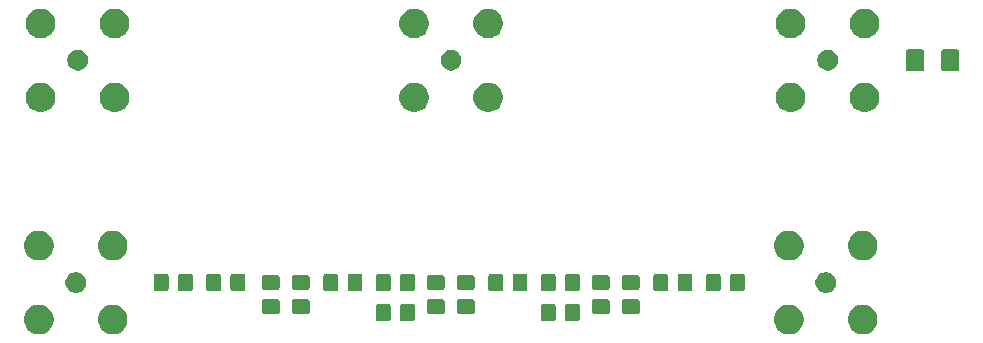
<source format=gbr>
G04 #@! TF.GenerationSoftware,KiCad,Pcbnew,(5.1.5)-3*
G04 #@! TF.CreationDate,2021-02-17T23:25:52-05:00*
G04 #@! TF.ProjectId,AM Bandpass Filter,414d2042-616e-4647-9061-73732046696c,rev?*
G04 #@! TF.SameCoordinates,Original*
G04 #@! TF.FileFunction,Soldermask,Top*
G04 #@! TF.FilePolarity,Negative*
%FSLAX46Y46*%
G04 Gerber Fmt 4.6, Leading zero omitted, Abs format (unit mm)*
G04 Created by KiCad (PCBNEW (5.1.5)-3) date 2021-02-17 23:25:52*
%MOMM*%
%LPD*%
G04 APERTURE LIST*
%ADD10C,0.100000*%
G04 APERTURE END LIST*
D10*
G36*
X140764903Y-98667075D02*
G01*
X140992571Y-98761378D01*
X141197466Y-98898285D01*
X141371715Y-99072534D01*
X141492749Y-99253674D01*
X141508623Y-99277431D01*
X141602925Y-99505097D01*
X141651000Y-99746786D01*
X141651000Y-99993214D01*
X141647605Y-100010282D01*
X141602925Y-100234903D01*
X141508622Y-100462571D01*
X141371715Y-100667466D01*
X141197466Y-100841715D01*
X140992571Y-100978622D01*
X140992570Y-100978623D01*
X140992569Y-100978623D01*
X140764903Y-101072925D01*
X140523214Y-101121000D01*
X140276786Y-101121000D01*
X140035097Y-101072925D01*
X139807431Y-100978623D01*
X139807430Y-100978623D01*
X139807429Y-100978622D01*
X139602534Y-100841715D01*
X139428285Y-100667466D01*
X139291378Y-100462571D01*
X139197075Y-100234903D01*
X139152395Y-100010282D01*
X139149000Y-99993214D01*
X139149000Y-99746786D01*
X139197075Y-99505097D01*
X139291377Y-99277431D01*
X139307251Y-99253674D01*
X139428285Y-99072534D01*
X139602534Y-98898285D01*
X139807429Y-98761378D01*
X140035097Y-98667075D01*
X140276786Y-98619000D01*
X140523214Y-98619000D01*
X140764903Y-98667075D01*
G37*
G36*
X134504903Y-98667075D02*
G01*
X134732571Y-98761378D01*
X134937466Y-98898285D01*
X135111715Y-99072534D01*
X135232749Y-99253674D01*
X135248623Y-99277431D01*
X135342925Y-99505097D01*
X135391000Y-99746786D01*
X135391000Y-99993214D01*
X135387605Y-100010282D01*
X135342925Y-100234903D01*
X135248622Y-100462571D01*
X135111715Y-100667466D01*
X134937466Y-100841715D01*
X134732571Y-100978622D01*
X134732570Y-100978623D01*
X134732569Y-100978623D01*
X134504903Y-101072925D01*
X134263214Y-101121000D01*
X134016786Y-101121000D01*
X133775097Y-101072925D01*
X133547431Y-100978623D01*
X133547430Y-100978623D01*
X133547429Y-100978622D01*
X133342534Y-100841715D01*
X133168285Y-100667466D01*
X133031378Y-100462571D01*
X132937075Y-100234903D01*
X132892395Y-100010282D01*
X132889000Y-99993214D01*
X132889000Y-99746786D01*
X132937075Y-99505097D01*
X133031377Y-99277431D01*
X133047251Y-99253674D01*
X133168285Y-99072534D01*
X133342534Y-98898285D01*
X133547429Y-98761378D01*
X133775097Y-98667075D01*
X134016786Y-98619000D01*
X134263214Y-98619000D01*
X134504903Y-98667075D01*
G37*
G36*
X204264903Y-98667075D02*
G01*
X204492571Y-98761378D01*
X204697466Y-98898285D01*
X204871715Y-99072534D01*
X204992749Y-99253674D01*
X205008623Y-99277431D01*
X205102925Y-99505097D01*
X205151000Y-99746786D01*
X205151000Y-99993214D01*
X205147605Y-100010282D01*
X205102925Y-100234903D01*
X205008622Y-100462571D01*
X204871715Y-100667466D01*
X204697466Y-100841715D01*
X204492571Y-100978622D01*
X204492570Y-100978623D01*
X204492569Y-100978623D01*
X204264903Y-101072925D01*
X204023214Y-101121000D01*
X203776786Y-101121000D01*
X203535097Y-101072925D01*
X203307431Y-100978623D01*
X203307430Y-100978623D01*
X203307429Y-100978622D01*
X203102534Y-100841715D01*
X202928285Y-100667466D01*
X202791378Y-100462571D01*
X202697075Y-100234903D01*
X202652395Y-100010282D01*
X202649000Y-99993214D01*
X202649000Y-99746786D01*
X202697075Y-99505097D01*
X202791377Y-99277431D01*
X202807251Y-99253674D01*
X202928285Y-99072534D01*
X203102534Y-98898285D01*
X203307429Y-98761378D01*
X203535097Y-98667075D01*
X203776786Y-98619000D01*
X204023214Y-98619000D01*
X204264903Y-98667075D01*
G37*
G36*
X198004903Y-98667075D02*
G01*
X198232571Y-98761378D01*
X198437466Y-98898285D01*
X198611715Y-99072534D01*
X198732749Y-99253674D01*
X198748623Y-99277431D01*
X198842925Y-99505097D01*
X198891000Y-99746786D01*
X198891000Y-99993214D01*
X198887605Y-100010282D01*
X198842925Y-100234903D01*
X198748622Y-100462571D01*
X198611715Y-100667466D01*
X198437466Y-100841715D01*
X198232571Y-100978622D01*
X198232570Y-100978623D01*
X198232569Y-100978623D01*
X198004903Y-101072925D01*
X197763214Y-101121000D01*
X197516786Y-101121000D01*
X197275097Y-101072925D01*
X197047431Y-100978623D01*
X197047430Y-100978623D01*
X197047429Y-100978622D01*
X196842534Y-100841715D01*
X196668285Y-100667466D01*
X196531378Y-100462571D01*
X196437075Y-100234903D01*
X196392395Y-100010282D01*
X196389000Y-99993214D01*
X196389000Y-99746786D01*
X196437075Y-99505097D01*
X196531377Y-99277431D01*
X196547251Y-99253674D01*
X196668285Y-99072534D01*
X196842534Y-98898285D01*
X197047429Y-98761378D01*
X197275097Y-98667075D01*
X197516786Y-98619000D01*
X197763214Y-98619000D01*
X198004903Y-98667075D01*
G37*
G36*
X179788674Y-98533465D02*
G01*
X179826367Y-98544899D01*
X179861103Y-98563466D01*
X179891548Y-98588452D01*
X179916534Y-98618897D01*
X179935101Y-98653633D01*
X179946535Y-98691326D01*
X179951000Y-98736661D01*
X179951000Y-99823339D01*
X179946535Y-99868674D01*
X179935101Y-99906367D01*
X179916534Y-99941103D01*
X179891548Y-99971548D01*
X179861103Y-99996534D01*
X179826367Y-100015101D01*
X179788674Y-100026535D01*
X179743339Y-100031000D01*
X178906661Y-100031000D01*
X178861326Y-100026535D01*
X178823633Y-100015101D01*
X178788897Y-99996534D01*
X178758452Y-99971548D01*
X178733466Y-99941103D01*
X178714899Y-99906367D01*
X178703465Y-99868674D01*
X178699000Y-99823339D01*
X178699000Y-98736661D01*
X178703465Y-98691326D01*
X178714899Y-98653633D01*
X178733466Y-98618897D01*
X178758452Y-98588452D01*
X178788897Y-98563466D01*
X178823633Y-98544899D01*
X178861326Y-98533465D01*
X178906661Y-98529000D01*
X179743339Y-98529000D01*
X179788674Y-98533465D01*
G37*
G36*
X177738674Y-98533465D02*
G01*
X177776367Y-98544899D01*
X177811103Y-98563466D01*
X177841548Y-98588452D01*
X177866534Y-98618897D01*
X177885101Y-98653633D01*
X177896535Y-98691326D01*
X177901000Y-98736661D01*
X177901000Y-99823339D01*
X177896535Y-99868674D01*
X177885101Y-99906367D01*
X177866534Y-99941103D01*
X177841548Y-99971548D01*
X177811103Y-99996534D01*
X177776367Y-100015101D01*
X177738674Y-100026535D01*
X177693339Y-100031000D01*
X176856661Y-100031000D01*
X176811326Y-100026535D01*
X176773633Y-100015101D01*
X176738897Y-99996534D01*
X176708452Y-99971548D01*
X176683466Y-99941103D01*
X176664899Y-99906367D01*
X176653465Y-99868674D01*
X176649000Y-99823339D01*
X176649000Y-98736661D01*
X176653465Y-98691326D01*
X176664899Y-98653633D01*
X176683466Y-98618897D01*
X176708452Y-98588452D01*
X176738897Y-98563466D01*
X176773633Y-98544899D01*
X176811326Y-98533465D01*
X176856661Y-98529000D01*
X177693339Y-98529000D01*
X177738674Y-98533465D01*
G37*
G36*
X165818674Y-98533465D02*
G01*
X165856367Y-98544899D01*
X165891103Y-98563466D01*
X165921548Y-98588452D01*
X165946534Y-98618897D01*
X165965101Y-98653633D01*
X165976535Y-98691326D01*
X165981000Y-98736661D01*
X165981000Y-99823339D01*
X165976535Y-99868674D01*
X165965101Y-99906367D01*
X165946534Y-99941103D01*
X165921548Y-99971548D01*
X165891103Y-99996534D01*
X165856367Y-100015101D01*
X165818674Y-100026535D01*
X165773339Y-100031000D01*
X164936661Y-100031000D01*
X164891326Y-100026535D01*
X164853633Y-100015101D01*
X164818897Y-99996534D01*
X164788452Y-99971548D01*
X164763466Y-99941103D01*
X164744899Y-99906367D01*
X164733465Y-99868674D01*
X164729000Y-99823339D01*
X164729000Y-98736661D01*
X164733465Y-98691326D01*
X164744899Y-98653633D01*
X164763466Y-98618897D01*
X164788452Y-98588452D01*
X164818897Y-98563466D01*
X164853633Y-98544899D01*
X164891326Y-98533465D01*
X164936661Y-98529000D01*
X165773339Y-98529000D01*
X165818674Y-98533465D01*
G37*
G36*
X163768674Y-98533465D02*
G01*
X163806367Y-98544899D01*
X163841103Y-98563466D01*
X163871548Y-98588452D01*
X163896534Y-98618897D01*
X163915101Y-98653633D01*
X163926535Y-98691326D01*
X163931000Y-98736661D01*
X163931000Y-99823339D01*
X163926535Y-99868674D01*
X163915101Y-99906367D01*
X163896534Y-99941103D01*
X163871548Y-99971548D01*
X163841103Y-99996534D01*
X163806367Y-100015101D01*
X163768674Y-100026535D01*
X163723339Y-100031000D01*
X162886661Y-100031000D01*
X162841326Y-100026535D01*
X162803633Y-100015101D01*
X162768897Y-99996534D01*
X162738452Y-99971548D01*
X162713466Y-99941103D01*
X162694899Y-99906367D01*
X162683465Y-99868674D01*
X162679000Y-99823339D01*
X162679000Y-98736661D01*
X162683465Y-98691326D01*
X162694899Y-98653633D01*
X162713466Y-98618897D01*
X162738452Y-98588452D01*
X162768897Y-98563466D01*
X162803633Y-98544899D01*
X162841326Y-98533465D01*
X162886661Y-98529000D01*
X163723339Y-98529000D01*
X163768674Y-98533465D01*
G37*
G36*
X168338674Y-98168465D02*
G01*
X168376367Y-98179899D01*
X168411103Y-98198466D01*
X168441548Y-98223452D01*
X168466534Y-98253897D01*
X168485101Y-98288633D01*
X168496535Y-98326326D01*
X168501000Y-98371661D01*
X168501000Y-99208339D01*
X168496535Y-99253674D01*
X168485101Y-99291367D01*
X168466534Y-99326103D01*
X168441548Y-99356548D01*
X168411103Y-99381534D01*
X168376367Y-99400101D01*
X168338674Y-99411535D01*
X168293339Y-99416000D01*
X167206661Y-99416000D01*
X167161326Y-99411535D01*
X167123633Y-99400101D01*
X167088897Y-99381534D01*
X167058452Y-99356548D01*
X167033466Y-99326103D01*
X167014899Y-99291367D01*
X167003465Y-99253674D01*
X166999000Y-99208339D01*
X166999000Y-98371661D01*
X167003465Y-98326326D01*
X167014899Y-98288633D01*
X167033466Y-98253897D01*
X167058452Y-98223452D01*
X167088897Y-98198466D01*
X167123633Y-98179899D01*
X167161326Y-98168465D01*
X167206661Y-98164000D01*
X168293339Y-98164000D01*
X168338674Y-98168465D01*
G37*
G36*
X154368674Y-98168465D02*
G01*
X154406367Y-98179899D01*
X154441103Y-98198466D01*
X154471548Y-98223452D01*
X154496534Y-98253897D01*
X154515101Y-98288633D01*
X154526535Y-98326326D01*
X154531000Y-98371661D01*
X154531000Y-99208339D01*
X154526535Y-99253674D01*
X154515101Y-99291367D01*
X154496534Y-99326103D01*
X154471548Y-99356548D01*
X154441103Y-99381534D01*
X154406367Y-99400101D01*
X154368674Y-99411535D01*
X154323339Y-99416000D01*
X153236661Y-99416000D01*
X153191326Y-99411535D01*
X153153633Y-99400101D01*
X153118897Y-99381534D01*
X153088452Y-99356548D01*
X153063466Y-99326103D01*
X153044899Y-99291367D01*
X153033465Y-99253674D01*
X153029000Y-99208339D01*
X153029000Y-98371661D01*
X153033465Y-98326326D01*
X153044899Y-98288633D01*
X153063466Y-98253897D01*
X153088452Y-98223452D01*
X153118897Y-98198466D01*
X153153633Y-98179899D01*
X153191326Y-98168465D01*
X153236661Y-98164000D01*
X154323339Y-98164000D01*
X154368674Y-98168465D01*
G37*
G36*
X170878674Y-98168465D02*
G01*
X170916367Y-98179899D01*
X170951103Y-98198466D01*
X170981548Y-98223452D01*
X171006534Y-98253897D01*
X171025101Y-98288633D01*
X171036535Y-98326326D01*
X171041000Y-98371661D01*
X171041000Y-99208339D01*
X171036535Y-99253674D01*
X171025101Y-99291367D01*
X171006534Y-99326103D01*
X170981548Y-99356548D01*
X170951103Y-99381534D01*
X170916367Y-99400101D01*
X170878674Y-99411535D01*
X170833339Y-99416000D01*
X169746661Y-99416000D01*
X169701326Y-99411535D01*
X169663633Y-99400101D01*
X169628897Y-99381534D01*
X169598452Y-99356548D01*
X169573466Y-99326103D01*
X169554899Y-99291367D01*
X169543465Y-99253674D01*
X169539000Y-99208339D01*
X169539000Y-98371661D01*
X169543465Y-98326326D01*
X169554899Y-98288633D01*
X169573466Y-98253897D01*
X169598452Y-98223452D01*
X169628897Y-98198466D01*
X169663633Y-98179899D01*
X169701326Y-98168465D01*
X169746661Y-98164000D01*
X170833339Y-98164000D01*
X170878674Y-98168465D01*
G37*
G36*
X182308674Y-98168465D02*
G01*
X182346367Y-98179899D01*
X182381103Y-98198466D01*
X182411548Y-98223452D01*
X182436534Y-98253897D01*
X182455101Y-98288633D01*
X182466535Y-98326326D01*
X182471000Y-98371661D01*
X182471000Y-99208339D01*
X182466535Y-99253674D01*
X182455101Y-99291367D01*
X182436534Y-99326103D01*
X182411548Y-99356548D01*
X182381103Y-99381534D01*
X182346367Y-99400101D01*
X182308674Y-99411535D01*
X182263339Y-99416000D01*
X181176661Y-99416000D01*
X181131326Y-99411535D01*
X181093633Y-99400101D01*
X181058897Y-99381534D01*
X181028452Y-99356548D01*
X181003466Y-99326103D01*
X180984899Y-99291367D01*
X180973465Y-99253674D01*
X180969000Y-99208339D01*
X180969000Y-98371661D01*
X180973465Y-98326326D01*
X180984899Y-98288633D01*
X181003466Y-98253897D01*
X181028452Y-98223452D01*
X181058897Y-98198466D01*
X181093633Y-98179899D01*
X181131326Y-98168465D01*
X181176661Y-98164000D01*
X182263339Y-98164000D01*
X182308674Y-98168465D01*
G37*
G36*
X184848674Y-98168465D02*
G01*
X184886367Y-98179899D01*
X184921103Y-98198466D01*
X184951548Y-98223452D01*
X184976534Y-98253897D01*
X184995101Y-98288633D01*
X185006535Y-98326326D01*
X185011000Y-98371661D01*
X185011000Y-99208339D01*
X185006535Y-99253674D01*
X184995101Y-99291367D01*
X184976534Y-99326103D01*
X184951548Y-99356548D01*
X184921103Y-99381534D01*
X184886367Y-99400101D01*
X184848674Y-99411535D01*
X184803339Y-99416000D01*
X183716661Y-99416000D01*
X183671326Y-99411535D01*
X183633633Y-99400101D01*
X183598897Y-99381534D01*
X183568452Y-99356548D01*
X183543466Y-99326103D01*
X183524899Y-99291367D01*
X183513465Y-99253674D01*
X183509000Y-99208339D01*
X183509000Y-98371661D01*
X183513465Y-98326326D01*
X183524899Y-98288633D01*
X183543466Y-98253897D01*
X183568452Y-98223452D01*
X183598897Y-98198466D01*
X183633633Y-98179899D01*
X183671326Y-98168465D01*
X183716661Y-98164000D01*
X184803339Y-98164000D01*
X184848674Y-98168465D01*
G37*
G36*
X156908674Y-98168465D02*
G01*
X156946367Y-98179899D01*
X156981103Y-98198466D01*
X157011548Y-98223452D01*
X157036534Y-98253897D01*
X157055101Y-98288633D01*
X157066535Y-98326326D01*
X157071000Y-98371661D01*
X157071000Y-99208339D01*
X157066535Y-99253674D01*
X157055101Y-99291367D01*
X157036534Y-99326103D01*
X157011548Y-99356548D01*
X156981103Y-99381534D01*
X156946367Y-99400101D01*
X156908674Y-99411535D01*
X156863339Y-99416000D01*
X155776661Y-99416000D01*
X155731326Y-99411535D01*
X155693633Y-99400101D01*
X155658897Y-99381534D01*
X155628452Y-99356548D01*
X155603466Y-99326103D01*
X155584899Y-99291367D01*
X155573465Y-99253674D01*
X155569000Y-99208339D01*
X155569000Y-98371661D01*
X155573465Y-98326326D01*
X155584899Y-98288633D01*
X155603466Y-98253897D01*
X155628452Y-98223452D01*
X155658897Y-98198466D01*
X155693633Y-98179899D01*
X155731326Y-98168465D01*
X155776661Y-98164000D01*
X156863339Y-98164000D01*
X156908674Y-98168465D01*
G37*
G36*
X137525520Y-95897664D02*
G01*
X137684942Y-95963699D01*
X137828418Y-96059566D01*
X137950434Y-96181582D01*
X138046301Y-96325058D01*
X138112336Y-96484480D01*
X138146000Y-96653721D01*
X138146000Y-96826279D01*
X138112336Y-96995520D01*
X138046301Y-97154942D01*
X137950434Y-97298418D01*
X137828418Y-97420434D01*
X137684942Y-97516301D01*
X137525520Y-97582336D01*
X137440899Y-97599168D01*
X137356280Y-97616000D01*
X137183720Y-97616000D01*
X137099101Y-97599168D01*
X137014480Y-97582336D01*
X136855058Y-97516301D01*
X136711582Y-97420434D01*
X136589566Y-97298418D01*
X136493699Y-97154942D01*
X136427664Y-96995520D01*
X136394000Y-96826279D01*
X136394000Y-96653721D01*
X136427664Y-96484480D01*
X136493699Y-96325058D01*
X136589566Y-96181582D01*
X136711582Y-96059566D01*
X136855058Y-95963699D01*
X137014480Y-95897664D01*
X137183720Y-95864000D01*
X137356280Y-95864000D01*
X137525520Y-95897664D01*
G37*
G36*
X201025520Y-95897664D02*
G01*
X201184942Y-95963699D01*
X201328418Y-96059566D01*
X201450434Y-96181582D01*
X201546301Y-96325058D01*
X201612336Y-96484480D01*
X201646000Y-96653721D01*
X201646000Y-96826279D01*
X201612336Y-96995520D01*
X201546301Y-97154942D01*
X201450434Y-97298418D01*
X201328418Y-97420434D01*
X201184942Y-97516301D01*
X201025520Y-97582336D01*
X200940899Y-97599168D01*
X200856280Y-97616000D01*
X200683720Y-97616000D01*
X200599101Y-97599168D01*
X200514480Y-97582336D01*
X200355058Y-97516301D01*
X200211582Y-97420434D01*
X200089566Y-97298418D01*
X199993699Y-97154942D01*
X199927664Y-96995520D01*
X199894000Y-96826279D01*
X199894000Y-96653721D01*
X199927664Y-96484480D01*
X199993699Y-96325058D01*
X200089566Y-96181582D01*
X200211582Y-96059566D01*
X200355058Y-95963699D01*
X200514480Y-95897664D01*
X200683720Y-95864000D01*
X200856280Y-95864000D01*
X201025520Y-95897664D01*
G37*
G36*
X159323674Y-95993465D02*
G01*
X159361367Y-96004899D01*
X159396103Y-96023466D01*
X159426548Y-96048452D01*
X159451534Y-96078897D01*
X159470101Y-96113633D01*
X159481535Y-96151326D01*
X159486000Y-96196661D01*
X159486000Y-97283339D01*
X159481535Y-97328674D01*
X159470101Y-97366367D01*
X159451534Y-97401103D01*
X159426548Y-97431548D01*
X159396103Y-97456534D01*
X159361367Y-97475101D01*
X159323674Y-97486535D01*
X159278339Y-97491000D01*
X158441661Y-97491000D01*
X158396326Y-97486535D01*
X158358633Y-97475101D01*
X158323897Y-97456534D01*
X158293452Y-97431548D01*
X158268466Y-97401103D01*
X158249899Y-97366367D01*
X158238465Y-97328674D01*
X158234000Y-97283339D01*
X158234000Y-96196661D01*
X158238465Y-96151326D01*
X158249899Y-96113633D01*
X158268466Y-96078897D01*
X158293452Y-96048452D01*
X158323897Y-96023466D01*
X158358633Y-96004899D01*
X158396326Y-95993465D01*
X158441661Y-95989000D01*
X159278339Y-95989000D01*
X159323674Y-95993465D01*
G37*
G36*
X144963674Y-95993465D02*
G01*
X145001367Y-96004899D01*
X145036103Y-96023466D01*
X145066548Y-96048452D01*
X145091534Y-96078897D01*
X145110101Y-96113633D01*
X145121535Y-96151326D01*
X145126000Y-96196661D01*
X145126000Y-97283339D01*
X145121535Y-97328674D01*
X145110101Y-97366367D01*
X145091534Y-97401103D01*
X145066548Y-97431548D01*
X145036103Y-97456534D01*
X145001367Y-97475101D01*
X144963674Y-97486535D01*
X144918339Y-97491000D01*
X144081661Y-97491000D01*
X144036326Y-97486535D01*
X143998633Y-97475101D01*
X143963897Y-97456534D01*
X143933452Y-97431548D01*
X143908466Y-97401103D01*
X143889899Y-97366367D01*
X143878465Y-97328674D01*
X143874000Y-97283339D01*
X143874000Y-96196661D01*
X143878465Y-96151326D01*
X143889899Y-96113633D01*
X143908466Y-96078897D01*
X143933452Y-96048452D01*
X143963897Y-96023466D01*
X143998633Y-96004899D01*
X144036326Y-95993465D01*
X144081661Y-95989000D01*
X144918339Y-95989000D01*
X144963674Y-95993465D01*
G37*
G36*
X161373674Y-95993465D02*
G01*
X161411367Y-96004899D01*
X161446103Y-96023466D01*
X161476548Y-96048452D01*
X161501534Y-96078897D01*
X161520101Y-96113633D01*
X161531535Y-96151326D01*
X161536000Y-96196661D01*
X161536000Y-97283339D01*
X161531535Y-97328674D01*
X161520101Y-97366367D01*
X161501534Y-97401103D01*
X161476548Y-97431548D01*
X161446103Y-97456534D01*
X161411367Y-97475101D01*
X161373674Y-97486535D01*
X161328339Y-97491000D01*
X160491661Y-97491000D01*
X160446326Y-97486535D01*
X160408633Y-97475101D01*
X160373897Y-97456534D01*
X160343452Y-97431548D01*
X160318466Y-97401103D01*
X160299899Y-97366367D01*
X160288465Y-97328674D01*
X160284000Y-97283339D01*
X160284000Y-96196661D01*
X160288465Y-96151326D01*
X160299899Y-96113633D01*
X160318466Y-96078897D01*
X160343452Y-96048452D01*
X160373897Y-96023466D01*
X160408633Y-96004899D01*
X160446326Y-95993465D01*
X160491661Y-95989000D01*
X161328339Y-95989000D01*
X161373674Y-95993465D01*
G37*
G36*
X175343674Y-95993465D02*
G01*
X175381367Y-96004899D01*
X175416103Y-96023466D01*
X175446548Y-96048452D01*
X175471534Y-96078897D01*
X175490101Y-96113633D01*
X175501535Y-96151326D01*
X175506000Y-96196661D01*
X175506000Y-97283339D01*
X175501535Y-97328674D01*
X175490101Y-97366367D01*
X175471534Y-97401103D01*
X175446548Y-97431548D01*
X175416103Y-97456534D01*
X175381367Y-97475101D01*
X175343674Y-97486535D01*
X175298339Y-97491000D01*
X174461661Y-97491000D01*
X174416326Y-97486535D01*
X174378633Y-97475101D01*
X174343897Y-97456534D01*
X174313452Y-97431548D01*
X174288466Y-97401103D01*
X174269899Y-97366367D01*
X174258465Y-97328674D01*
X174254000Y-97283339D01*
X174254000Y-96196661D01*
X174258465Y-96151326D01*
X174269899Y-96113633D01*
X174288466Y-96078897D01*
X174313452Y-96048452D01*
X174343897Y-96023466D01*
X174378633Y-96004899D01*
X174416326Y-95993465D01*
X174461661Y-95989000D01*
X175298339Y-95989000D01*
X175343674Y-95993465D01*
G37*
G36*
X173293674Y-95993465D02*
G01*
X173331367Y-96004899D01*
X173366103Y-96023466D01*
X173396548Y-96048452D01*
X173421534Y-96078897D01*
X173440101Y-96113633D01*
X173451535Y-96151326D01*
X173456000Y-96196661D01*
X173456000Y-97283339D01*
X173451535Y-97328674D01*
X173440101Y-97366367D01*
X173421534Y-97401103D01*
X173396548Y-97431548D01*
X173366103Y-97456534D01*
X173331367Y-97475101D01*
X173293674Y-97486535D01*
X173248339Y-97491000D01*
X172411661Y-97491000D01*
X172366326Y-97486535D01*
X172328633Y-97475101D01*
X172293897Y-97456534D01*
X172263452Y-97431548D01*
X172238466Y-97401103D01*
X172219899Y-97366367D01*
X172208465Y-97328674D01*
X172204000Y-97283339D01*
X172204000Y-96196661D01*
X172208465Y-96151326D01*
X172219899Y-96113633D01*
X172238466Y-96078897D01*
X172263452Y-96048452D01*
X172293897Y-96023466D01*
X172328633Y-96004899D01*
X172366326Y-95993465D01*
X172411661Y-95989000D01*
X173248339Y-95989000D01*
X173293674Y-95993465D01*
G37*
G36*
X189313674Y-95993465D02*
G01*
X189351367Y-96004899D01*
X189386103Y-96023466D01*
X189416548Y-96048452D01*
X189441534Y-96078897D01*
X189460101Y-96113633D01*
X189471535Y-96151326D01*
X189476000Y-96196661D01*
X189476000Y-97283339D01*
X189471535Y-97328674D01*
X189460101Y-97366367D01*
X189441534Y-97401103D01*
X189416548Y-97431548D01*
X189386103Y-97456534D01*
X189351367Y-97475101D01*
X189313674Y-97486535D01*
X189268339Y-97491000D01*
X188431661Y-97491000D01*
X188386326Y-97486535D01*
X188348633Y-97475101D01*
X188313897Y-97456534D01*
X188283452Y-97431548D01*
X188258466Y-97401103D01*
X188239899Y-97366367D01*
X188228465Y-97328674D01*
X188224000Y-97283339D01*
X188224000Y-96196661D01*
X188228465Y-96151326D01*
X188239899Y-96113633D01*
X188258466Y-96078897D01*
X188283452Y-96048452D01*
X188313897Y-96023466D01*
X188348633Y-96004899D01*
X188386326Y-95993465D01*
X188431661Y-95989000D01*
X189268339Y-95989000D01*
X189313674Y-95993465D01*
G37*
G36*
X187263674Y-95993465D02*
G01*
X187301367Y-96004899D01*
X187336103Y-96023466D01*
X187366548Y-96048452D01*
X187391534Y-96078897D01*
X187410101Y-96113633D01*
X187421535Y-96151326D01*
X187426000Y-96196661D01*
X187426000Y-97283339D01*
X187421535Y-97328674D01*
X187410101Y-97366367D01*
X187391534Y-97401103D01*
X187366548Y-97431548D01*
X187336103Y-97456534D01*
X187301367Y-97475101D01*
X187263674Y-97486535D01*
X187218339Y-97491000D01*
X186381661Y-97491000D01*
X186336326Y-97486535D01*
X186298633Y-97475101D01*
X186263897Y-97456534D01*
X186233452Y-97431548D01*
X186208466Y-97401103D01*
X186189899Y-97366367D01*
X186178465Y-97328674D01*
X186174000Y-97283339D01*
X186174000Y-96196661D01*
X186178465Y-96151326D01*
X186189899Y-96113633D01*
X186208466Y-96078897D01*
X186233452Y-96048452D01*
X186263897Y-96023466D01*
X186298633Y-96004899D01*
X186336326Y-95993465D01*
X186381661Y-95989000D01*
X187218339Y-95989000D01*
X187263674Y-95993465D01*
G37*
G36*
X149408674Y-95993465D02*
G01*
X149446367Y-96004899D01*
X149481103Y-96023466D01*
X149511548Y-96048452D01*
X149536534Y-96078897D01*
X149555101Y-96113633D01*
X149566535Y-96151326D01*
X149571000Y-96196661D01*
X149571000Y-97283339D01*
X149566535Y-97328674D01*
X149555101Y-97366367D01*
X149536534Y-97401103D01*
X149511548Y-97431548D01*
X149481103Y-97456534D01*
X149446367Y-97475101D01*
X149408674Y-97486535D01*
X149363339Y-97491000D01*
X148526661Y-97491000D01*
X148481326Y-97486535D01*
X148443633Y-97475101D01*
X148408897Y-97456534D01*
X148378452Y-97431548D01*
X148353466Y-97401103D01*
X148334899Y-97366367D01*
X148323465Y-97328674D01*
X148319000Y-97283339D01*
X148319000Y-96196661D01*
X148323465Y-96151326D01*
X148334899Y-96113633D01*
X148353466Y-96078897D01*
X148378452Y-96048452D01*
X148408897Y-96023466D01*
X148443633Y-96004899D01*
X148481326Y-95993465D01*
X148526661Y-95989000D01*
X149363339Y-95989000D01*
X149408674Y-95993465D01*
G37*
G36*
X163768674Y-95993465D02*
G01*
X163806367Y-96004899D01*
X163841103Y-96023466D01*
X163871548Y-96048452D01*
X163896534Y-96078897D01*
X163915101Y-96113633D01*
X163926535Y-96151326D01*
X163931000Y-96196661D01*
X163931000Y-97283339D01*
X163926535Y-97328674D01*
X163915101Y-97366367D01*
X163896534Y-97401103D01*
X163871548Y-97431548D01*
X163841103Y-97456534D01*
X163806367Y-97475101D01*
X163768674Y-97486535D01*
X163723339Y-97491000D01*
X162886661Y-97491000D01*
X162841326Y-97486535D01*
X162803633Y-97475101D01*
X162768897Y-97456534D01*
X162738452Y-97431548D01*
X162713466Y-97401103D01*
X162694899Y-97366367D01*
X162683465Y-97328674D01*
X162679000Y-97283339D01*
X162679000Y-96196661D01*
X162683465Y-96151326D01*
X162694899Y-96113633D01*
X162713466Y-96078897D01*
X162738452Y-96048452D01*
X162768897Y-96023466D01*
X162803633Y-96004899D01*
X162841326Y-95993465D01*
X162886661Y-95989000D01*
X163723339Y-95989000D01*
X163768674Y-95993465D01*
G37*
G36*
X165818674Y-95993465D02*
G01*
X165856367Y-96004899D01*
X165891103Y-96023466D01*
X165921548Y-96048452D01*
X165946534Y-96078897D01*
X165965101Y-96113633D01*
X165976535Y-96151326D01*
X165981000Y-96196661D01*
X165981000Y-97283339D01*
X165976535Y-97328674D01*
X165965101Y-97366367D01*
X165946534Y-97401103D01*
X165921548Y-97431548D01*
X165891103Y-97456534D01*
X165856367Y-97475101D01*
X165818674Y-97486535D01*
X165773339Y-97491000D01*
X164936661Y-97491000D01*
X164891326Y-97486535D01*
X164853633Y-97475101D01*
X164818897Y-97456534D01*
X164788452Y-97431548D01*
X164763466Y-97401103D01*
X164744899Y-97366367D01*
X164733465Y-97328674D01*
X164729000Y-97283339D01*
X164729000Y-96196661D01*
X164733465Y-96151326D01*
X164744899Y-96113633D01*
X164763466Y-96078897D01*
X164788452Y-96048452D01*
X164818897Y-96023466D01*
X164853633Y-96004899D01*
X164891326Y-95993465D01*
X164936661Y-95989000D01*
X165773339Y-95989000D01*
X165818674Y-95993465D01*
G37*
G36*
X191708674Y-95993465D02*
G01*
X191746367Y-96004899D01*
X191781103Y-96023466D01*
X191811548Y-96048452D01*
X191836534Y-96078897D01*
X191855101Y-96113633D01*
X191866535Y-96151326D01*
X191871000Y-96196661D01*
X191871000Y-97283339D01*
X191866535Y-97328674D01*
X191855101Y-97366367D01*
X191836534Y-97401103D01*
X191811548Y-97431548D01*
X191781103Y-97456534D01*
X191746367Y-97475101D01*
X191708674Y-97486535D01*
X191663339Y-97491000D01*
X190826661Y-97491000D01*
X190781326Y-97486535D01*
X190743633Y-97475101D01*
X190708897Y-97456534D01*
X190678452Y-97431548D01*
X190653466Y-97401103D01*
X190634899Y-97366367D01*
X190623465Y-97328674D01*
X190619000Y-97283339D01*
X190619000Y-96196661D01*
X190623465Y-96151326D01*
X190634899Y-96113633D01*
X190653466Y-96078897D01*
X190678452Y-96048452D01*
X190708897Y-96023466D01*
X190743633Y-96004899D01*
X190781326Y-95993465D01*
X190826661Y-95989000D01*
X191663339Y-95989000D01*
X191708674Y-95993465D01*
G37*
G36*
X193758674Y-95993465D02*
G01*
X193796367Y-96004899D01*
X193831103Y-96023466D01*
X193861548Y-96048452D01*
X193886534Y-96078897D01*
X193905101Y-96113633D01*
X193916535Y-96151326D01*
X193921000Y-96196661D01*
X193921000Y-97283339D01*
X193916535Y-97328674D01*
X193905101Y-97366367D01*
X193886534Y-97401103D01*
X193861548Y-97431548D01*
X193831103Y-97456534D01*
X193796367Y-97475101D01*
X193758674Y-97486535D01*
X193713339Y-97491000D01*
X192876661Y-97491000D01*
X192831326Y-97486535D01*
X192793633Y-97475101D01*
X192758897Y-97456534D01*
X192728452Y-97431548D01*
X192703466Y-97401103D01*
X192684899Y-97366367D01*
X192673465Y-97328674D01*
X192669000Y-97283339D01*
X192669000Y-96196661D01*
X192673465Y-96151326D01*
X192684899Y-96113633D01*
X192703466Y-96078897D01*
X192728452Y-96048452D01*
X192758897Y-96023466D01*
X192793633Y-96004899D01*
X192831326Y-95993465D01*
X192876661Y-95989000D01*
X193713339Y-95989000D01*
X193758674Y-95993465D01*
G37*
G36*
X147013674Y-95993465D02*
G01*
X147051367Y-96004899D01*
X147086103Y-96023466D01*
X147116548Y-96048452D01*
X147141534Y-96078897D01*
X147160101Y-96113633D01*
X147171535Y-96151326D01*
X147176000Y-96196661D01*
X147176000Y-97283339D01*
X147171535Y-97328674D01*
X147160101Y-97366367D01*
X147141534Y-97401103D01*
X147116548Y-97431548D01*
X147086103Y-97456534D01*
X147051367Y-97475101D01*
X147013674Y-97486535D01*
X146968339Y-97491000D01*
X146131661Y-97491000D01*
X146086326Y-97486535D01*
X146048633Y-97475101D01*
X146013897Y-97456534D01*
X145983452Y-97431548D01*
X145958466Y-97401103D01*
X145939899Y-97366367D01*
X145928465Y-97328674D01*
X145924000Y-97283339D01*
X145924000Y-96196661D01*
X145928465Y-96151326D01*
X145939899Y-96113633D01*
X145958466Y-96078897D01*
X145983452Y-96048452D01*
X146013897Y-96023466D01*
X146048633Y-96004899D01*
X146086326Y-95993465D01*
X146131661Y-95989000D01*
X146968339Y-95989000D01*
X147013674Y-95993465D01*
G37*
G36*
X179788674Y-95993465D02*
G01*
X179826367Y-96004899D01*
X179861103Y-96023466D01*
X179891548Y-96048452D01*
X179916534Y-96078897D01*
X179935101Y-96113633D01*
X179946535Y-96151326D01*
X179951000Y-96196661D01*
X179951000Y-97283339D01*
X179946535Y-97328674D01*
X179935101Y-97366367D01*
X179916534Y-97401103D01*
X179891548Y-97431548D01*
X179861103Y-97456534D01*
X179826367Y-97475101D01*
X179788674Y-97486535D01*
X179743339Y-97491000D01*
X178906661Y-97491000D01*
X178861326Y-97486535D01*
X178823633Y-97475101D01*
X178788897Y-97456534D01*
X178758452Y-97431548D01*
X178733466Y-97401103D01*
X178714899Y-97366367D01*
X178703465Y-97328674D01*
X178699000Y-97283339D01*
X178699000Y-96196661D01*
X178703465Y-96151326D01*
X178714899Y-96113633D01*
X178733466Y-96078897D01*
X178758452Y-96048452D01*
X178788897Y-96023466D01*
X178823633Y-96004899D01*
X178861326Y-95993465D01*
X178906661Y-95989000D01*
X179743339Y-95989000D01*
X179788674Y-95993465D01*
G37*
G36*
X177738674Y-95993465D02*
G01*
X177776367Y-96004899D01*
X177811103Y-96023466D01*
X177841548Y-96048452D01*
X177866534Y-96078897D01*
X177885101Y-96113633D01*
X177896535Y-96151326D01*
X177901000Y-96196661D01*
X177901000Y-97283339D01*
X177896535Y-97328674D01*
X177885101Y-97366367D01*
X177866534Y-97401103D01*
X177841548Y-97431548D01*
X177811103Y-97456534D01*
X177776367Y-97475101D01*
X177738674Y-97486535D01*
X177693339Y-97491000D01*
X176856661Y-97491000D01*
X176811326Y-97486535D01*
X176773633Y-97475101D01*
X176738897Y-97456534D01*
X176708452Y-97431548D01*
X176683466Y-97401103D01*
X176664899Y-97366367D01*
X176653465Y-97328674D01*
X176649000Y-97283339D01*
X176649000Y-96196661D01*
X176653465Y-96151326D01*
X176664899Y-96113633D01*
X176683466Y-96078897D01*
X176708452Y-96048452D01*
X176738897Y-96023466D01*
X176773633Y-96004899D01*
X176811326Y-95993465D01*
X176856661Y-95989000D01*
X177693339Y-95989000D01*
X177738674Y-95993465D01*
G37*
G36*
X151458674Y-95993465D02*
G01*
X151496367Y-96004899D01*
X151531103Y-96023466D01*
X151561548Y-96048452D01*
X151586534Y-96078897D01*
X151605101Y-96113633D01*
X151616535Y-96151326D01*
X151621000Y-96196661D01*
X151621000Y-97283339D01*
X151616535Y-97328674D01*
X151605101Y-97366367D01*
X151586534Y-97401103D01*
X151561548Y-97431548D01*
X151531103Y-97456534D01*
X151496367Y-97475101D01*
X151458674Y-97486535D01*
X151413339Y-97491000D01*
X150576661Y-97491000D01*
X150531326Y-97486535D01*
X150493633Y-97475101D01*
X150458897Y-97456534D01*
X150428452Y-97431548D01*
X150403466Y-97401103D01*
X150384899Y-97366367D01*
X150373465Y-97328674D01*
X150369000Y-97283339D01*
X150369000Y-96196661D01*
X150373465Y-96151326D01*
X150384899Y-96113633D01*
X150403466Y-96078897D01*
X150428452Y-96048452D01*
X150458897Y-96023466D01*
X150493633Y-96004899D01*
X150531326Y-95993465D01*
X150576661Y-95989000D01*
X151413339Y-95989000D01*
X151458674Y-95993465D01*
G37*
G36*
X154368674Y-96118465D02*
G01*
X154406367Y-96129899D01*
X154441103Y-96148466D01*
X154471548Y-96173452D01*
X154496534Y-96203897D01*
X154515101Y-96238633D01*
X154526535Y-96276326D01*
X154531000Y-96321661D01*
X154531000Y-97158339D01*
X154526535Y-97203674D01*
X154515101Y-97241367D01*
X154496534Y-97276103D01*
X154471548Y-97306548D01*
X154441103Y-97331534D01*
X154406367Y-97350101D01*
X154368674Y-97361535D01*
X154323339Y-97366000D01*
X153236661Y-97366000D01*
X153191326Y-97361535D01*
X153153633Y-97350101D01*
X153118897Y-97331534D01*
X153088452Y-97306548D01*
X153063466Y-97276103D01*
X153044899Y-97241367D01*
X153033465Y-97203674D01*
X153029000Y-97158339D01*
X153029000Y-96321661D01*
X153033465Y-96276326D01*
X153044899Y-96238633D01*
X153063466Y-96203897D01*
X153088452Y-96173452D01*
X153118897Y-96148466D01*
X153153633Y-96129899D01*
X153191326Y-96118465D01*
X153236661Y-96114000D01*
X154323339Y-96114000D01*
X154368674Y-96118465D01*
G37*
G36*
X170878674Y-96118465D02*
G01*
X170916367Y-96129899D01*
X170951103Y-96148466D01*
X170981548Y-96173452D01*
X171006534Y-96203897D01*
X171025101Y-96238633D01*
X171036535Y-96276326D01*
X171041000Y-96321661D01*
X171041000Y-97158339D01*
X171036535Y-97203674D01*
X171025101Y-97241367D01*
X171006534Y-97276103D01*
X170981548Y-97306548D01*
X170951103Y-97331534D01*
X170916367Y-97350101D01*
X170878674Y-97361535D01*
X170833339Y-97366000D01*
X169746661Y-97366000D01*
X169701326Y-97361535D01*
X169663633Y-97350101D01*
X169628897Y-97331534D01*
X169598452Y-97306548D01*
X169573466Y-97276103D01*
X169554899Y-97241367D01*
X169543465Y-97203674D01*
X169539000Y-97158339D01*
X169539000Y-96321661D01*
X169543465Y-96276326D01*
X169554899Y-96238633D01*
X169573466Y-96203897D01*
X169598452Y-96173452D01*
X169628897Y-96148466D01*
X169663633Y-96129899D01*
X169701326Y-96118465D01*
X169746661Y-96114000D01*
X170833339Y-96114000D01*
X170878674Y-96118465D01*
G37*
G36*
X182308674Y-96118465D02*
G01*
X182346367Y-96129899D01*
X182381103Y-96148466D01*
X182411548Y-96173452D01*
X182436534Y-96203897D01*
X182455101Y-96238633D01*
X182466535Y-96276326D01*
X182471000Y-96321661D01*
X182471000Y-97158339D01*
X182466535Y-97203674D01*
X182455101Y-97241367D01*
X182436534Y-97276103D01*
X182411548Y-97306548D01*
X182381103Y-97331534D01*
X182346367Y-97350101D01*
X182308674Y-97361535D01*
X182263339Y-97366000D01*
X181176661Y-97366000D01*
X181131326Y-97361535D01*
X181093633Y-97350101D01*
X181058897Y-97331534D01*
X181028452Y-97306548D01*
X181003466Y-97276103D01*
X180984899Y-97241367D01*
X180973465Y-97203674D01*
X180969000Y-97158339D01*
X180969000Y-96321661D01*
X180973465Y-96276326D01*
X180984899Y-96238633D01*
X181003466Y-96203897D01*
X181028452Y-96173452D01*
X181058897Y-96148466D01*
X181093633Y-96129899D01*
X181131326Y-96118465D01*
X181176661Y-96114000D01*
X182263339Y-96114000D01*
X182308674Y-96118465D01*
G37*
G36*
X184848674Y-96118465D02*
G01*
X184886367Y-96129899D01*
X184921103Y-96148466D01*
X184951548Y-96173452D01*
X184976534Y-96203897D01*
X184995101Y-96238633D01*
X185006535Y-96276326D01*
X185011000Y-96321661D01*
X185011000Y-97158339D01*
X185006535Y-97203674D01*
X184995101Y-97241367D01*
X184976534Y-97276103D01*
X184951548Y-97306548D01*
X184921103Y-97331534D01*
X184886367Y-97350101D01*
X184848674Y-97361535D01*
X184803339Y-97366000D01*
X183716661Y-97366000D01*
X183671326Y-97361535D01*
X183633633Y-97350101D01*
X183598897Y-97331534D01*
X183568452Y-97306548D01*
X183543466Y-97276103D01*
X183524899Y-97241367D01*
X183513465Y-97203674D01*
X183509000Y-97158339D01*
X183509000Y-96321661D01*
X183513465Y-96276326D01*
X183524899Y-96238633D01*
X183543466Y-96203897D01*
X183568452Y-96173452D01*
X183598897Y-96148466D01*
X183633633Y-96129899D01*
X183671326Y-96118465D01*
X183716661Y-96114000D01*
X184803339Y-96114000D01*
X184848674Y-96118465D01*
G37*
G36*
X168338674Y-96118465D02*
G01*
X168376367Y-96129899D01*
X168411103Y-96148466D01*
X168441548Y-96173452D01*
X168466534Y-96203897D01*
X168485101Y-96238633D01*
X168496535Y-96276326D01*
X168501000Y-96321661D01*
X168501000Y-97158339D01*
X168496535Y-97203674D01*
X168485101Y-97241367D01*
X168466534Y-97276103D01*
X168441548Y-97306548D01*
X168411103Y-97331534D01*
X168376367Y-97350101D01*
X168338674Y-97361535D01*
X168293339Y-97366000D01*
X167206661Y-97366000D01*
X167161326Y-97361535D01*
X167123633Y-97350101D01*
X167088897Y-97331534D01*
X167058452Y-97306548D01*
X167033466Y-97276103D01*
X167014899Y-97241367D01*
X167003465Y-97203674D01*
X166999000Y-97158339D01*
X166999000Y-96321661D01*
X167003465Y-96276326D01*
X167014899Y-96238633D01*
X167033466Y-96203897D01*
X167058452Y-96173452D01*
X167088897Y-96148466D01*
X167123633Y-96129899D01*
X167161326Y-96118465D01*
X167206661Y-96114000D01*
X168293339Y-96114000D01*
X168338674Y-96118465D01*
G37*
G36*
X156908674Y-96118465D02*
G01*
X156946367Y-96129899D01*
X156981103Y-96148466D01*
X157011548Y-96173452D01*
X157036534Y-96203897D01*
X157055101Y-96238633D01*
X157066535Y-96276326D01*
X157071000Y-96321661D01*
X157071000Y-97158339D01*
X157066535Y-97203674D01*
X157055101Y-97241367D01*
X157036534Y-97276103D01*
X157011548Y-97306548D01*
X156981103Y-97331534D01*
X156946367Y-97350101D01*
X156908674Y-97361535D01*
X156863339Y-97366000D01*
X155776661Y-97366000D01*
X155731326Y-97361535D01*
X155693633Y-97350101D01*
X155658897Y-97331534D01*
X155628452Y-97306548D01*
X155603466Y-97276103D01*
X155584899Y-97241367D01*
X155573465Y-97203674D01*
X155569000Y-97158339D01*
X155569000Y-96321661D01*
X155573465Y-96276326D01*
X155584899Y-96238633D01*
X155603466Y-96203897D01*
X155628452Y-96173452D01*
X155658897Y-96148466D01*
X155693633Y-96129899D01*
X155731326Y-96118465D01*
X155776661Y-96114000D01*
X156863339Y-96114000D01*
X156908674Y-96118465D01*
G37*
G36*
X198004903Y-92407075D02*
G01*
X198232571Y-92501378D01*
X198437466Y-92638285D01*
X198611715Y-92812534D01*
X198748622Y-93017429D01*
X198842925Y-93245097D01*
X198891000Y-93486787D01*
X198891000Y-93733213D01*
X198842925Y-93974903D01*
X198748622Y-94202571D01*
X198611715Y-94407466D01*
X198437466Y-94581715D01*
X198232571Y-94718622D01*
X198232570Y-94718623D01*
X198232569Y-94718623D01*
X198004903Y-94812925D01*
X197763214Y-94861000D01*
X197516786Y-94861000D01*
X197275097Y-94812925D01*
X197047431Y-94718623D01*
X197047430Y-94718623D01*
X197047429Y-94718622D01*
X196842534Y-94581715D01*
X196668285Y-94407466D01*
X196531378Y-94202571D01*
X196437075Y-93974903D01*
X196389000Y-93733213D01*
X196389000Y-93486787D01*
X196437075Y-93245097D01*
X196531378Y-93017429D01*
X196668285Y-92812534D01*
X196842534Y-92638285D01*
X197047429Y-92501378D01*
X197275097Y-92407075D01*
X197516786Y-92359000D01*
X197763214Y-92359000D01*
X198004903Y-92407075D01*
G37*
G36*
X204264903Y-92407075D02*
G01*
X204492571Y-92501378D01*
X204697466Y-92638285D01*
X204871715Y-92812534D01*
X205008622Y-93017429D01*
X205102925Y-93245097D01*
X205151000Y-93486787D01*
X205151000Y-93733213D01*
X205102925Y-93974903D01*
X205008622Y-94202571D01*
X204871715Y-94407466D01*
X204697466Y-94581715D01*
X204492571Y-94718622D01*
X204492570Y-94718623D01*
X204492569Y-94718623D01*
X204264903Y-94812925D01*
X204023214Y-94861000D01*
X203776786Y-94861000D01*
X203535097Y-94812925D01*
X203307431Y-94718623D01*
X203307430Y-94718623D01*
X203307429Y-94718622D01*
X203102534Y-94581715D01*
X202928285Y-94407466D01*
X202791378Y-94202571D01*
X202697075Y-93974903D01*
X202649000Y-93733213D01*
X202649000Y-93486787D01*
X202697075Y-93245097D01*
X202791378Y-93017429D01*
X202928285Y-92812534D01*
X203102534Y-92638285D01*
X203307429Y-92501378D01*
X203535097Y-92407075D01*
X203776786Y-92359000D01*
X204023214Y-92359000D01*
X204264903Y-92407075D01*
G37*
G36*
X134504903Y-92407075D02*
G01*
X134732571Y-92501378D01*
X134937466Y-92638285D01*
X135111715Y-92812534D01*
X135248622Y-93017429D01*
X135342925Y-93245097D01*
X135391000Y-93486787D01*
X135391000Y-93733213D01*
X135342925Y-93974903D01*
X135248622Y-94202571D01*
X135111715Y-94407466D01*
X134937466Y-94581715D01*
X134732571Y-94718622D01*
X134732570Y-94718623D01*
X134732569Y-94718623D01*
X134504903Y-94812925D01*
X134263214Y-94861000D01*
X134016786Y-94861000D01*
X133775097Y-94812925D01*
X133547431Y-94718623D01*
X133547430Y-94718623D01*
X133547429Y-94718622D01*
X133342534Y-94581715D01*
X133168285Y-94407466D01*
X133031378Y-94202571D01*
X132937075Y-93974903D01*
X132889000Y-93733213D01*
X132889000Y-93486787D01*
X132937075Y-93245097D01*
X133031378Y-93017429D01*
X133168285Y-92812534D01*
X133342534Y-92638285D01*
X133547429Y-92501378D01*
X133775097Y-92407075D01*
X134016786Y-92359000D01*
X134263214Y-92359000D01*
X134504903Y-92407075D01*
G37*
G36*
X140764903Y-92407075D02*
G01*
X140992571Y-92501378D01*
X141197466Y-92638285D01*
X141371715Y-92812534D01*
X141508622Y-93017429D01*
X141602925Y-93245097D01*
X141651000Y-93486787D01*
X141651000Y-93733213D01*
X141602925Y-93974903D01*
X141508622Y-94202571D01*
X141371715Y-94407466D01*
X141197466Y-94581715D01*
X140992571Y-94718622D01*
X140992570Y-94718623D01*
X140992569Y-94718623D01*
X140764903Y-94812925D01*
X140523214Y-94861000D01*
X140276786Y-94861000D01*
X140035097Y-94812925D01*
X139807431Y-94718623D01*
X139807430Y-94718623D01*
X139807429Y-94718622D01*
X139602534Y-94581715D01*
X139428285Y-94407466D01*
X139291378Y-94202571D01*
X139197075Y-93974903D01*
X139149000Y-93733213D01*
X139149000Y-93486787D01*
X139197075Y-93245097D01*
X139291378Y-93017429D01*
X139428285Y-92812534D01*
X139602534Y-92638285D01*
X139807429Y-92501378D01*
X140035097Y-92407075D01*
X140276786Y-92359000D01*
X140523214Y-92359000D01*
X140764903Y-92407075D01*
G37*
G36*
X140924903Y-79857075D02*
G01*
X141152571Y-79951378D01*
X141357466Y-80088285D01*
X141531715Y-80262534D01*
X141668622Y-80467429D01*
X141762925Y-80695097D01*
X141811000Y-80936787D01*
X141811000Y-81183213D01*
X141762925Y-81424903D01*
X141668622Y-81652571D01*
X141531715Y-81857466D01*
X141357466Y-82031715D01*
X141152571Y-82168622D01*
X141152570Y-82168623D01*
X141152569Y-82168623D01*
X140924903Y-82262925D01*
X140683214Y-82311000D01*
X140436786Y-82311000D01*
X140195097Y-82262925D01*
X139967431Y-82168623D01*
X139967430Y-82168623D01*
X139967429Y-82168622D01*
X139762534Y-82031715D01*
X139588285Y-81857466D01*
X139451378Y-81652571D01*
X139357075Y-81424903D01*
X139309000Y-81183213D01*
X139309000Y-80936787D01*
X139357075Y-80695097D01*
X139451378Y-80467429D01*
X139588285Y-80262534D01*
X139762534Y-80088285D01*
X139967429Y-79951378D01*
X140195097Y-79857075D01*
X140436786Y-79809000D01*
X140683214Y-79809000D01*
X140924903Y-79857075D01*
G37*
G36*
X134664903Y-79857075D02*
G01*
X134892571Y-79951378D01*
X135097466Y-80088285D01*
X135271715Y-80262534D01*
X135408622Y-80467429D01*
X135502925Y-80695097D01*
X135551000Y-80936787D01*
X135551000Y-81183213D01*
X135502925Y-81424903D01*
X135408622Y-81652571D01*
X135271715Y-81857466D01*
X135097466Y-82031715D01*
X134892571Y-82168622D01*
X134892570Y-82168623D01*
X134892569Y-82168623D01*
X134664903Y-82262925D01*
X134423214Y-82311000D01*
X134176786Y-82311000D01*
X133935097Y-82262925D01*
X133707431Y-82168623D01*
X133707430Y-82168623D01*
X133707429Y-82168622D01*
X133502534Y-82031715D01*
X133328285Y-81857466D01*
X133191378Y-81652571D01*
X133097075Y-81424903D01*
X133049000Y-81183213D01*
X133049000Y-80936787D01*
X133097075Y-80695097D01*
X133191378Y-80467429D01*
X133328285Y-80262534D01*
X133502534Y-80088285D01*
X133707429Y-79951378D01*
X133935097Y-79857075D01*
X134176786Y-79809000D01*
X134423214Y-79809000D01*
X134664903Y-79857075D01*
G37*
G36*
X166287903Y-79857075D02*
G01*
X166515571Y-79951378D01*
X166720466Y-80088285D01*
X166894715Y-80262534D01*
X167031622Y-80467429D01*
X167125925Y-80695097D01*
X167174000Y-80936787D01*
X167174000Y-81183213D01*
X167125925Y-81424903D01*
X167031622Y-81652571D01*
X166894715Y-81857466D01*
X166720466Y-82031715D01*
X166515571Y-82168622D01*
X166515570Y-82168623D01*
X166515569Y-82168623D01*
X166287903Y-82262925D01*
X166046214Y-82311000D01*
X165799786Y-82311000D01*
X165558097Y-82262925D01*
X165330431Y-82168623D01*
X165330430Y-82168623D01*
X165330429Y-82168622D01*
X165125534Y-82031715D01*
X164951285Y-81857466D01*
X164814378Y-81652571D01*
X164720075Y-81424903D01*
X164672000Y-81183213D01*
X164672000Y-80936787D01*
X164720075Y-80695097D01*
X164814378Y-80467429D01*
X164951285Y-80262534D01*
X165125534Y-80088285D01*
X165330429Y-79951378D01*
X165558097Y-79857075D01*
X165799786Y-79809000D01*
X166046214Y-79809000D01*
X166287903Y-79857075D01*
G37*
G36*
X172547903Y-79857075D02*
G01*
X172775571Y-79951378D01*
X172980466Y-80088285D01*
X173154715Y-80262534D01*
X173291622Y-80467429D01*
X173385925Y-80695097D01*
X173434000Y-80936787D01*
X173434000Y-81183213D01*
X173385925Y-81424903D01*
X173291622Y-81652571D01*
X173154715Y-81857466D01*
X172980466Y-82031715D01*
X172775571Y-82168622D01*
X172775570Y-82168623D01*
X172775569Y-82168623D01*
X172547903Y-82262925D01*
X172306214Y-82311000D01*
X172059786Y-82311000D01*
X171818097Y-82262925D01*
X171590431Y-82168623D01*
X171590430Y-82168623D01*
X171590429Y-82168622D01*
X171385534Y-82031715D01*
X171211285Y-81857466D01*
X171074378Y-81652571D01*
X170980075Y-81424903D01*
X170932000Y-81183213D01*
X170932000Y-80936787D01*
X170980075Y-80695097D01*
X171074378Y-80467429D01*
X171211285Y-80262534D01*
X171385534Y-80088285D01*
X171590429Y-79951378D01*
X171818097Y-79857075D01*
X172059786Y-79809000D01*
X172306214Y-79809000D01*
X172547903Y-79857075D01*
G37*
G36*
X198164903Y-79857075D02*
G01*
X198392571Y-79951378D01*
X198597466Y-80088285D01*
X198771715Y-80262534D01*
X198908622Y-80467429D01*
X199002925Y-80695097D01*
X199051000Y-80936787D01*
X199051000Y-81183213D01*
X199002925Y-81424903D01*
X198908622Y-81652571D01*
X198771715Y-81857466D01*
X198597466Y-82031715D01*
X198392571Y-82168622D01*
X198392570Y-82168623D01*
X198392569Y-82168623D01*
X198164903Y-82262925D01*
X197923214Y-82311000D01*
X197676786Y-82311000D01*
X197435097Y-82262925D01*
X197207431Y-82168623D01*
X197207430Y-82168623D01*
X197207429Y-82168622D01*
X197002534Y-82031715D01*
X196828285Y-81857466D01*
X196691378Y-81652571D01*
X196597075Y-81424903D01*
X196549000Y-81183213D01*
X196549000Y-80936787D01*
X196597075Y-80695097D01*
X196691378Y-80467429D01*
X196828285Y-80262534D01*
X197002534Y-80088285D01*
X197207429Y-79951378D01*
X197435097Y-79857075D01*
X197676786Y-79809000D01*
X197923214Y-79809000D01*
X198164903Y-79857075D01*
G37*
G36*
X204424903Y-79857075D02*
G01*
X204652571Y-79951378D01*
X204857466Y-80088285D01*
X205031715Y-80262534D01*
X205168622Y-80467429D01*
X205262925Y-80695097D01*
X205311000Y-80936787D01*
X205311000Y-81183213D01*
X205262925Y-81424903D01*
X205168622Y-81652571D01*
X205031715Y-81857466D01*
X204857466Y-82031715D01*
X204652571Y-82168622D01*
X204652570Y-82168623D01*
X204652569Y-82168623D01*
X204424903Y-82262925D01*
X204183214Y-82311000D01*
X203936786Y-82311000D01*
X203695097Y-82262925D01*
X203467431Y-82168623D01*
X203467430Y-82168623D01*
X203467429Y-82168622D01*
X203262534Y-82031715D01*
X203088285Y-81857466D01*
X202951378Y-81652571D01*
X202857075Y-81424903D01*
X202809000Y-81183213D01*
X202809000Y-80936787D01*
X202857075Y-80695097D01*
X202951378Y-80467429D01*
X203088285Y-80262534D01*
X203262534Y-80088285D01*
X203467429Y-79951378D01*
X203695097Y-79857075D01*
X203936786Y-79809000D01*
X204183214Y-79809000D01*
X204424903Y-79857075D01*
G37*
G36*
X211920562Y-77008181D02*
G01*
X211955481Y-77018774D01*
X211987663Y-77035976D01*
X212015873Y-77059127D01*
X212039024Y-77087337D01*
X212056226Y-77119519D01*
X212066819Y-77154438D01*
X212071000Y-77196895D01*
X212071000Y-78663105D01*
X212066819Y-78705562D01*
X212056226Y-78740481D01*
X212039024Y-78772663D01*
X212015873Y-78800873D01*
X211987663Y-78824024D01*
X211955481Y-78841226D01*
X211920562Y-78851819D01*
X211878105Y-78856000D01*
X210736895Y-78856000D01*
X210694438Y-78851819D01*
X210659519Y-78841226D01*
X210627337Y-78824024D01*
X210599127Y-78800873D01*
X210575976Y-78772663D01*
X210558774Y-78740481D01*
X210548181Y-78705562D01*
X210544000Y-78663105D01*
X210544000Y-77196895D01*
X210548181Y-77154438D01*
X210558774Y-77119519D01*
X210575976Y-77087337D01*
X210599127Y-77059127D01*
X210627337Y-77035976D01*
X210659519Y-77018774D01*
X210694438Y-77008181D01*
X210736895Y-77004000D01*
X211878105Y-77004000D01*
X211920562Y-77008181D01*
G37*
G36*
X208945562Y-77008181D02*
G01*
X208980481Y-77018774D01*
X209012663Y-77035976D01*
X209040873Y-77059127D01*
X209064024Y-77087337D01*
X209081226Y-77119519D01*
X209091819Y-77154438D01*
X209096000Y-77196895D01*
X209096000Y-78663105D01*
X209091819Y-78705562D01*
X209081226Y-78740481D01*
X209064024Y-78772663D01*
X209040873Y-78800873D01*
X209012663Y-78824024D01*
X208980481Y-78841226D01*
X208945562Y-78851819D01*
X208903105Y-78856000D01*
X207761895Y-78856000D01*
X207719438Y-78851819D01*
X207684519Y-78841226D01*
X207652337Y-78824024D01*
X207624127Y-78800873D01*
X207600976Y-78772663D01*
X207583774Y-78740481D01*
X207573181Y-78705562D01*
X207569000Y-78663105D01*
X207569000Y-77196895D01*
X207573181Y-77154438D01*
X207583774Y-77119519D01*
X207600976Y-77087337D01*
X207624127Y-77059127D01*
X207652337Y-77035976D01*
X207684519Y-77018774D01*
X207719438Y-77008181D01*
X207761895Y-77004000D01*
X208903105Y-77004000D01*
X208945562Y-77008181D01*
G37*
G36*
X201100899Y-77070832D02*
G01*
X201185520Y-77087664D01*
X201344942Y-77153699D01*
X201488418Y-77249566D01*
X201610434Y-77371582D01*
X201706301Y-77515058D01*
X201772336Y-77674480D01*
X201806000Y-77843721D01*
X201806000Y-78016279D01*
X201772336Y-78185520D01*
X201706301Y-78344942D01*
X201610434Y-78488418D01*
X201488418Y-78610434D01*
X201344942Y-78706301D01*
X201185520Y-78772336D01*
X201016280Y-78806000D01*
X200843720Y-78806000D01*
X200674480Y-78772336D01*
X200515058Y-78706301D01*
X200371582Y-78610434D01*
X200249566Y-78488418D01*
X200153699Y-78344942D01*
X200087664Y-78185520D01*
X200054000Y-78016279D01*
X200054000Y-77843721D01*
X200087664Y-77674480D01*
X200153699Y-77515058D01*
X200249566Y-77371582D01*
X200371582Y-77249566D01*
X200515058Y-77153699D01*
X200674480Y-77087664D01*
X200759101Y-77070832D01*
X200843720Y-77054000D01*
X201016280Y-77054000D01*
X201100899Y-77070832D01*
G37*
G36*
X169223899Y-77070832D02*
G01*
X169308520Y-77087664D01*
X169467942Y-77153699D01*
X169611418Y-77249566D01*
X169733434Y-77371582D01*
X169829301Y-77515058D01*
X169895336Y-77674480D01*
X169929000Y-77843721D01*
X169929000Y-78016279D01*
X169895336Y-78185520D01*
X169829301Y-78344942D01*
X169733434Y-78488418D01*
X169611418Y-78610434D01*
X169467942Y-78706301D01*
X169308520Y-78772336D01*
X169139280Y-78806000D01*
X168966720Y-78806000D01*
X168797480Y-78772336D01*
X168638058Y-78706301D01*
X168494582Y-78610434D01*
X168372566Y-78488418D01*
X168276699Y-78344942D01*
X168210664Y-78185520D01*
X168177000Y-78016279D01*
X168177000Y-77843721D01*
X168210664Y-77674480D01*
X168276699Y-77515058D01*
X168372566Y-77371582D01*
X168494582Y-77249566D01*
X168638058Y-77153699D01*
X168797480Y-77087664D01*
X168882101Y-77070832D01*
X168966720Y-77054000D01*
X169139280Y-77054000D01*
X169223899Y-77070832D01*
G37*
G36*
X137600899Y-77070832D02*
G01*
X137685520Y-77087664D01*
X137844942Y-77153699D01*
X137988418Y-77249566D01*
X138110434Y-77371582D01*
X138206301Y-77515058D01*
X138272336Y-77674480D01*
X138306000Y-77843721D01*
X138306000Y-78016279D01*
X138272336Y-78185520D01*
X138206301Y-78344942D01*
X138110434Y-78488418D01*
X137988418Y-78610434D01*
X137844942Y-78706301D01*
X137685520Y-78772336D01*
X137516280Y-78806000D01*
X137343720Y-78806000D01*
X137174480Y-78772336D01*
X137015058Y-78706301D01*
X136871582Y-78610434D01*
X136749566Y-78488418D01*
X136653699Y-78344942D01*
X136587664Y-78185520D01*
X136554000Y-78016279D01*
X136554000Y-77843721D01*
X136587664Y-77674480D01*
X136653699Y-77515058D01*
X136749566Y-77371582D01*
X136871582Y-77249566D01*
X137015058Y-77153699D01*
X137174480Y-77087664D01*
X137259101Y-77070832D01*
X137343720Y-77054000D01*
X137516280Y-77054000D01*
X137600899Y-77070832D01*
G37*
G36*
X134664903Y-73597075D02*
G01*
X134892571Y-73691378D01*
X135097466Y-73828285D01*
X135271715Y-74002534D01*
X135408622Y-74207429D01*
X135502925Y-74435097D01*
X135551000Y-74676787D01*
X135551000Y-74923213D01*
X135502925Y-75164903D01*
X135408622Y-75392571D01*
X135271715Y-75597466D01*
X135097466Y-75771715D01*
X134892571Y-75908622D01*
X134892570Y-75908623D01*
X134892569Y-75908623D01*
X134664903Y-76002925D01*
X134423214Y-76051000D01*
X134176786Y-76051000D01*
X133935097Y-76002925D01*
X133707431Y-75908623D01*
X133707430Y-75908623D01*
X133707429Y-75908622D01*
X133502534Y-75771715D01*
X133328285Y-75597466D01*
X133191378Y-75392571D01*
X133097075Y-75164903D01*
X133049000Y-74923213D01*
X133049000Y-74676787D01*
X133097075Y-74435097D01*
X133191378Y-74207429D01*
X133328285Y-74002534D01*
X133502534Y-73828285D01*
X133707429Y-73691378D01*
X133935097Y-73597075D01*
X134176786Y-73549000D01*
X134423214Y-73549000D01*
X134664903Y-73597075D01*
G37*
G36*
X204424903Y-73597075D02*
G01*
X204652571Y-73691378D01*
X204857466Y-73828285D01*
X205031715Y-74002534D01*
X205168622Y-74207429D01*
X205262925Y-74435097D01*
X205311000Y-74676787D01*
X205311000Y-74923213D01*
X205262925Y-75164903D01*
X205168622Y-75392571D01*
X205031715Y-75597466D01*
X204857466Y-75771715D01*
X204652571Y-75908622D01*
X204652570Y-75908623D01*
X204652569Y-75908623D01*
X204424903Y-76002925D01*
X204183214Y-76051000D01*
X203936786Y-76051000D01*
X203695097Y-76002925D01*
X203467431Y-75908623D01*
X203467430Y-75908623D01*
X203467429Y-75908622D01*
X203262534Y-75771715D01*
X203088285Y-75597466D01*
X202951378Y-75392571D01*
X202857075Y-75164903D01*
X202809000Y-74923213D01*
X202809000Y-74676787D01*
X202857075Y-74435097D01*
X202951378Y-74207429D01*
X203088285Y-74002534D01*
X203262534Y-73828285D01*
X203467429Y-73691378D01*
X203695097Y-73597075D01*
X203936786Y-73549000D01*
X204183214Y-73549000D01*
X204424903Y-73597075D01*
G37*
G36*
X198164903Y-73597075D02*
G01*
X198392571Y-73691378D01*
X198597466Y-73828285D01*
X198771715Y-74002534D01*
X198908622Y-74207429D01*
X199002925Y-74435097D01*
X199051000Y-74676787D01*
X199051000Y-74923213D01*
X199002925Y-75164903D01*
X198908622Y-75392571D01*
X198771715Y-75597466D01*
X198597466Y-75771715D01*
X198392571Y-75908622D01*
X198392570Y-75908623D01*
X198392569Y-75908623D01*
X198164903Y-76002925D01*
X197923214Y-76051000D01*
X197676786Y-76051000D01*
X197435097Y-76002925D01*
X197207431Y-75908623D01*
X197207430Y-75908623D01*
X197207429Y-75908622D01*
X197002534Y-75771715D01*
X196828285Y-75597466D01*
X196691378Y-75392571D01*
X196597075Y-75164903D01*
X196549000Y-74923213D01*
X196549000Y-74676787D01*
X196597075Y-74435097D01*
X196691378Y-74207429D01*
X196828285Y-74002534D01*
X197002534Y-73828285D01*
X197207429Y-73691378D01*
X197435097Y-73597075D01*
X197676786Y-73549000D01*
X197923214Y-73549000D01*
X198164903Y-73597075D01*
G37*
G36*
X172547903Y-73597075D02*
G01*
X172775571Y-73691378D01*
X172980466Y-73828285D01*
X173154715Y-74002534D01*
X173291622Y-74207429D01*
X173385925Y-74435097D01*
X173434000Y-74676787D01*
X173434000Y-74923213D01*
X173385925Y-75164903D01*
X173291622Y-75392571D01*
X173154715Y-75597466D01*
X172980466Y-75771715D01*
X172775571Y-75908622D01*
X172775570Y-75908623D01*
X172775569Y-75908623D01*
X172547903Y-76002925D01*
X172306214Y-76051000D01*
X172059786Y-76051000D01*
X171818097Y-76002925D01*
X171590431Y-75908623D01*
X171590430Y-75908623D01*
X171590429Y-75908622D01*
X171385534Y-75771715D01*
X171211285Y-75597466D01*
X171074378Y-75392571D01*
X170980075Y-75164903D01*
X170932000Y-74923213D01*
X170932000Y-74676787D01*
X170980075Y-74435097D01*
X171074378Y-74207429D01*
X171211285Y-74002534D01*
X171385534Y-73828285D01*
X171590429Y-73691378D01*
X171818097Y-73597075D01*
X172059786Y-73549000D01*
X172306214Y-73549000D01*
X172547903Y-73597075D01*
G37*
G36*
X166287903Y-73597075D02*
G01*
X166515571Y-73691378D01*
X166720466Y-73828285D01*
X166894715Y-74002534D01*
X167031622Y-74207429D01*
X167125925Y-74435097D01*
X167174000Y-74676787D01*
X167174000Y-74923213D01*
X167125925Y-75164903D01*
X167031622Y-75392571D01*
X166894715Y-75597466D01*
X166720466Y-75771715D01*
X166515571Y-75908622D01*
X166515570Y-75908623D01*
X166515569Y-75908623D01*
X166287903Y-76002925D01*
X166046214Y-76051000D01*
X165799786Y-76051000D01*
X165558097Y-76002925D01*
X165330431Y-75908623D01*
X165330430Y-75908623D01*
X165330429Y-75908622D01*
X165125534Y-75771715D01*
X164951285Y-75597466D01*
X164814378Y-75392571D01*
X164720075Y-75164903D01*
X164672000Y-74923213D01*
X164672000Y-74676787D01*
X164720075Y-74435097D01*
X164814378Y-74207429D01*
X164951285Y-74002534D01*
X165125534Y-73828285D01*
X165330429Y-73691378D01*
X165558097Y-73597075D01*
X165799786Y-73549000D01*
X166046214Y-73549000D01*
X166287903Y-73597075D01*
G37*
G36*
X140924903Y-73597075D02*
G01*
X141152571Y-73691378D01*
X141357466Y-73828285D01*
X141531715Y-74002534D01*
X141668622Y-74207429D01*
X141762925Y-74435097D01*
X141811000Y-74676787D01*
X141811000Y-74923213D01*
X141762925Y-75164903D01*
X141668622Y-75392571D01*
X141531715Y-75597466D01*
X141357466Y-75771715D01*
X141152571Y-75908622D01*
X141152570Y-75908623D01*
X141152569Y-75908623D01*
X140924903Y-76002925D01*
X140683214Y-76051000D01*
X140436786Y-76051000D01*
X140195097Y-76002925D01*
X139967431Y-75908623D01*
X139967430Y-75908623D01*
X139967429Y-75908622D01*
X139762534Y-75771715D01*
X139588285Y-75597466D01*
X139451378Y-75392571D01*
X139357075Y-75164903D01*
X139309000Y-74923213D01*
X139309000Y-74676787D01*
X139357075Y-74435097D01*
X139451378Y-74207429D01*
X139588285Y-74002534D01*
X139762534Y-73828285D01*
X139967429Y-73691378D01*
X140195097Y-73597075D01*
X140436786Y-73549000D01*
X140683214Y-73549000D01*
X140924903Y-73597075D01*
G37*
M02*

</source>
